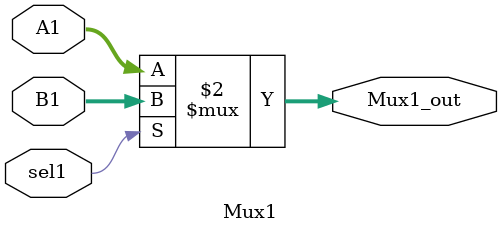
<source format=v>
`timescale 1ns / 1ps


module Mux1(
    input sel1,
    input [31:0] A1,
    input [31:0] B1,
    output [31:0] Mux1_out
    );
    assign Mux1_out= (sel1==1'b0)?A1:B1;
endmodule

</source>
